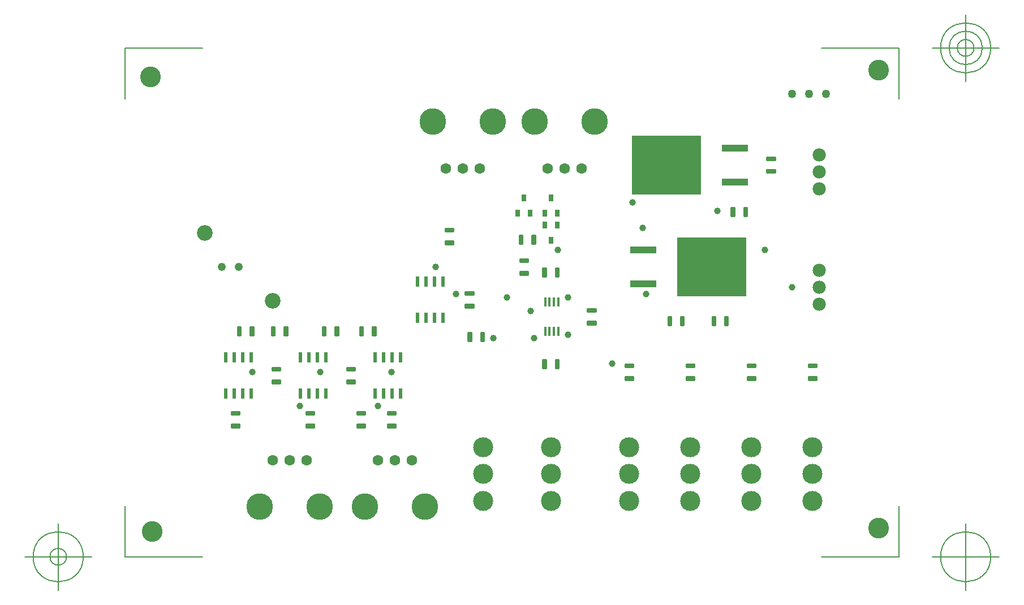
<source format=gbr>
G04 Generated by Ultiboard 14.2 *
%FSLAX24Y24*%
%MOIN*%

%ADD10C,0.0001*%
%ADD11C,0.0050*%
%ADD12C,0.1183*%
%ADD13R,0.0108X0.0417*%
%ADD14C,0.0167*%
%ADD15R,0.0417X0.0108*%
%ADD16C,0.0500*%
%ADD17R,0.0236X0.0610*%
%ADD18C,0.0394*%
%ADD19C,0.0783*%
%ADD20R,0.4075X0.3465*%
%ADD21R,0.1555X0.0394*%
%ADD22R,0.0177X0.0551*%
%ADD23C,0.1567*%
%ADD24C,0.0633*%
%ADD25C,0.0490*%
%ADD26C,0.0925*%
%ADD27R,0.0256X0.0413*%
%ADD28C,0.1220*%


G04 ColorRGB FF00CC for the following layer *
%LNSolder Mask Top*%
%LPD*%
G54D10*
G54D11*
X-17500Y-100D02*
X-17500Y2900D01*
X-17500Y-100D02*
X-22059Y-100D01*
X-63092Y-100D02*
X-58533Y-100D01*
X-63092Y-100D02*
X-63092Y2900D01*
X-63092Y29900D02*
X-63092Y26900D01*
X-63092Y29900D02*
X-58533Y29900D01*
X-17500Y29900D02*
X-22059Y29900D01*
X-17500Y29900D02*
X-17500Y26900D01*
X-15531Y-100D02*
X-11594Y-100D01*
X-13563Y-2069D02*
X-13563Y1869D01*
X-12087Y-100D02*
G75*
D01*
G02X-12087Y-100I-1476J0*
G01*
X-65061Y-100D02*
X-68998Y-100D01*
X-67029Y-2069D02*
X-67029Y1869D01*
X-65553Y-100D02*
G75*
D01*
G02X-65553Y-100I-1476J0*
G01*
X-66537Y-100D02*
G75*
D01*
G02X-66537Y-100I-492J0*
G01*
X-15531Y29900D02*
X-11594Y29900D01*
X-13563Y27931D02*
X-13563Y31869D01*
X-12087Y29900D02*
G75*
D01*
G02X-12087Y29900I-1476J0*
G01*
X-12579Y29900D02*
G75*
D01*
G02X-12579Y29900I-984J0*
G01*
X-13071Y29900D02*
G75*
D01*
G02X-13071Y29900I-492J0*
G01*
G54D12*
X-42000Y6350D03*
X-42000Y3200D03*
X-42000Y4775D03*
X-38000Y6350D03*
X-38000Y3200D03*
X-38000Y4775D03*
X-33400Y6350D03*
X-33400Y3200D03*
X-33400Y4775D03*
X-22600Y6350D03*
X-22600Y3200D03*
X-22600Y4775D03*
X-26200Y6350D03*
X-26200Y3200D03*
X-26200Y4775D03*
X-29800Y6350D03*
X-29800Y3200D03*
X-29800Y4775D03*
G54D13*
X-55625Y13200D03*
X-56375Y13200D03*
X-49175Y13200D03*
X-48425Y13200D03*
X-50625Y13200D03*
X-51375Y13200D03*
X-53625Y13200D03*
X-54375Y13200D03*
X-38392Y11267D03*
X-37642Y11267D03*
X-27293Y20245D03*
X-26543Y20245D03*
X-27672Y13803D03*
X-28422Y13803D03*
X-31022Y13803D03*
X-30272Y13803D03*
X-37642Y16667D03*
X-38392Y16667D03*
X-42042Y12867D03*
X-42792Y12867D03*
X-39025Y18600D03*
X-39775Y18600D03*
G54D14*
X-55571Y12992D02*
X-55679Y12992D01*
X-55679Y13408D01*
X-55571Y13408D01*
X-55571Y12992D01*D02*
X-56321Y12992D02*
X-56429Y12992D01*
X-56429Y13408D01*
X-56321Y13408D01*
X-56321Y12992D01*D02*
X-56392Y7571D02*
X-56808Y7571D01*
X-56808Y7679D01*
X-56392Y7679D01*
X-56392Y7571D01*D02*
X-56392Y8321D02*
X-56808Y8321D01*
X-56808Y8429D01*
X-56392Y8429D01*
X-56392Y8321D01*D02*
X-33192Y10371D02*
X-33608Y10371D01*
X-33608Y10479D01*
X-33192Y10479D01*
X-33192Y10371D01*D02*
X-33192Y11121D02*
X-33608Y11121D01*
X-33608Y11229D01*
X-33192Y11229D01*
X-33192Y11121D01*D02*
X-29592Y11121D02*
X-30008Y11121D01*
X-30008Y11229D01*
X-29592Y11229D01*
X-29592Y11121D01*D02*
X-29592Y10371D02*
X-30008Y10371D01*
X-30008Y10479D01*
X-29592Y10479D01*
X-29592Y10371D01*D02*
X-22392Y10371D02*
X-22808Y10371D01*
X-22808Y10479D01*
X-22392Y10479D01*
X-22392Y10371D01*D02*
X-22392Y11121D02*
X-22808Y11121D01*
X-22808Y11229D01*
X-22392Y11229D01*
X-22392Y11121D01*D02*
X-25992Y10371D02*
X-26408Y10371D01*
X-26408Y10479D01*
X-25992Y10479D01*
X-25992Y10371D01*D02*
X-25992Y11121D02*
X-26408Y11121D01*
X-26408Y11229D01*
X-25992Y11229D01*
X-25992Y11121D01*D02*
X-53992Y10171D02*
X-54408Y10171D01*
X-54408Y10279D01*
X-53992Y10279D01*
X-53992Y10171D01*D02*
X-53992Y10921D02*
X-54408Y10921D01*
X-54408Y11029D01*
X-53992Y11029D01*
X-53992Y10921D01*D02*
X-49592Y10921D02*
X-50008Y10921D01*
X-50008Y11029D01*
X-49592Y11029D01*
X-49592Y10921D01*D02*
X-49592Y10171D02*
X-50008Y10171D01*
X-50008Y10279D01*
X-49592Y10279D01*
X-49592Y10171D01*D02*
X-49121Y12992D02*
X-49229Y12992D01*
X-49229Y13408D01*
X-49121Y13408D01*
X-49121Y12992D01*D02*
X-48371Y12992D02*
X-48479Y12992D01*
X-48479Y13408D01*
X-48371Y13408D01*
X-48371Y12992D01*D02*
X-51992Y8321D02*
X-52408Y8321D01*
X-52408Y8429D01*
X-51992Y8429D01*
X-51992Y8321D01*D02*
X-51992Y7571D02*
X-52408Y7571D01*
X-52408Y7679D01*
X-51992Y7679D01*
X-51992Y7571D01*D02*
X-50571Y12992D02*
X-50679Y12992D01*
X-50679Y13408D01*
X-50571Y13408D01*
X-50571Y12992D01*D02*
X-51321Y12992D02*
X-51429Y12992D01*
X-51429Y13408D01*
X-51321Y13408D01*
X-51321Y12992D01*D02*
X-48992Y7571D02*
X-49408Y7571D01*
X-49408Y7679D01*
X-48992Y7679D01*
X-48992Y7571D01*D02*
X-48992Y8321D02*
X-49408Y8321D01*
X-49408Y8429D01*
X-48992Y8429D01*
X-48992Y8321D01*D02*
X-47192Y7571D02*
X-47608Y7571D01*
X-47608Y7679D01*
X-47192Y7679D01*
X-47192Y7571D01*D02*
X-47192Y8321D02*
X-47608Y8321D01*
X-47608Y8429D01*
X-47192Y8429D01*
X-47192Y8321D01*D02*
X-53571Y12992D02*
X-53679Y12992D01*
X-53679Y13408D01*
X-53571Y13408D01*
X-53571Y12992D01*D02*
X-54321Y12992D02*
X-54429Y12992D01*
X-54429Y13408D01*
X-54321Y13408D01*
X-54321Y12992D01*D02*
X-38338Y11059D02*
X-38446Y11059D01*
X-38446Y11475D01*
X-38338Y11475D01*
X-38338Y11059D01*D02*
X-37588Y11059D02*
X-37696Y11059D01*
X-37696Y11475D01*
X-37588Y11475D01*
X-37588Y11059D01*D02*
X-27239Y20037D02*
X-27347Y20037D01*
X-27347Y20453D01*
X-27239Y20453D01*
X-27239Y20037D01*D02*
X-26489Y20037D02*
X-26597Y20037D01*
X-26597Y20453D01*
X-26489Y20453D01*
X-26489Y20037D01*D02*
X-27618Y13595D02*
X-27726Y13595D01*
X-27726Y14011D01*
X-27618Y14011D01*
X-27618Y13595D01*D02*
X-28368Y13595D02*
X-28476Y13595D01*
X-28476Y14011D01*
X-28368Y14011D01*
X-28368Y13595D01*D02*
X-30968Y13595D02*
X-31076Y13595D01*
X-31076Y14011D01*
X-30968Y14011D01*
X-30968Y13595D01*D02*
X-30218Y13595D02*
X-30326Y13595D01*
X-30326Y14011D01*
X-30218Y14011D01*
X-30218Y13595D01*D02*
X-24839Y22574D02*
X-25255Y22574D01*
X-25255Y22682D01*
X-24839Y22682D01*
X-24839Y22574D01*D02*
X-24839Y23324D02*
X-25255Y23324D01*
X-25255Y23432D01*
X-24839Y23432D01*
X-24839Y23324D01*D02*
X-37588Y16459D02*
X-37696Y16459D01*
X-37696Y16875D01*
X-37588Y16875D01*
X-37588Y16459D01*D02*
X-38338Y16459D02*
X-38446Y16459D01*
X-38446Y16875D01*
X-38338Y16875D01*
X-38338Y16459D01*D02*
X-39392Y16571D02*
X-39808Y16571D01*
X-39808Y16679D01*
X-39392Y16679D01*
X-39392Y16571D01*D02*
X-39392Y17321D02*
X-39808Y17321D01*
X-39808Y17429D01*
X-39392Y17429D01*
X-39392Y17321D01*D02*
X-35409Y13638D02*
X-35825Y13638D01*
X-35825Y13746D01*
X-35409Y13746D01*
X-35409Y13638D01*D02*
X-35409Y14388D02*
X-35825Y14388D01*
X-35825Y14496D01*
X-35409Y14496D01*
X-35409Y14388D01*D02*
X-43792Y19121D02*
X-44208Y19121D01*
X-44208Y19229D01*
X-43792Y19229D01*
X-43792Y19121D01*D02*
X-43792Y18371D02*
X-44208Y18371D01*
X-44208Y18479D01*
X-43792Y18479D01*
X-43792Y18371D01*D02*
X-41988Y12659D02*
X-42096Y12659D01*
X-42096Y13075D01*
X-41988Y13075D01*
X-41988Y12659D01*D02*
X-42738Y12659D02*
X-42846Y12659D01*
X-42846Y13075D01*
X-42738Y13075D01*
X-42738Y12659D01*D02*
X-42609Y14638D02*
X-43025Y14638D01*
X-43025Y14746D01*
X-42609Y14746D01*
X-42609Y14638D01*D02*
X-42609Y15388D02*
X-43025Y15388D01*
X-43025Y15496D01*
X-42609Y15496D01*
X-42609Y15388D01*D02*
X-38971Y18392D02*
X-39079Y18392D01*
X-39079Y18808D01*
X-38971Y18808D01*
X-38971Y18392D01*D02*
X-39721Y18392D02*
X-39829Y18392D01*
X-39829Y18808D01*
X-39721Y18808D01*
X-39721Y18392D01*D02*
G54D15*
X-56600Y7625D03*
X-56600Y8375D03*
X-33400Y10425D03*
X-33400Y11175D03*
X-29800Y11175D03*
X-29800Y10425D03*
X-22600Y10425D03*
X-22600Y11175D03*
X-26200Y10425D03*
X-26200Y11175D03*
X-54200Y10225D03*
X-54200Y10975D03*
X-49800Y10975D03*
X-49800Y10225D03*
X-52200Y8375D03*
X-52200Y7625D03*
X-49200Y7625D03*
X-49200Y8375D03*
X-47400Y7625D03*
X-47400Y8375D03*
X-25047Y22628D03*
X-25047Y23378D03*
X-39600Y16625D03*
X-39600Y17375D03*
X-35617Y13692D03*
X-35617Y14442D03*
X-44000Y19175D03*
X-44000Y18425D03*
X-42817Y14692D03*
X-42817Y15442D03*
G54D16*
X-21800Y27200D03*
X-23800Y27200D03*
X-22800Y27200D03*
G54D17*
X-55650Y9537D03*
X-56650Y9537D03*
X-56150Y9537D03*
X-57150Y9537D03*
X-55650Y11663D03*
X-56650Y11663D03*
X-56150Y11663D03*
X-57150Y11663D03*
X-46850Y9537D03*
X-47350Y9537D03*
X-47850Y9537D03*
X-48350Y9537D03*
X-46850Y11663D03*
X-47350Y11663D03*
X-47850Y11663D03*
X-48350Y11663D03*
X-51250Y9537D03*
X-51750Y9537D03*
X-52250Y9537D03*
X-52750Y9537D03*
X-51250Y11663D03*
X-51750Y11663D03*
X-52250Y11663D03*
X-52750Y11663D03*
X-44355Y14004D03*
X-44855Y14004D03*
X-45355Y14004D03*
X-45855Y14004D03*
X-44855Y16130D03*
X-44355Y16130D03*
X-45355Y16130D03*
X-45855Y16130D03*
G54D18*
X-23800Y15800D03*
X-32600Y19300D03*
X-37000Y13000D03*
X-34400Y11300D03*
X-39200Y14400D03*
X-28200Y20300D03*
X-44800Y17000D03*
X-39000Y12800D03*
X-43600Y15400D03*
X-32400Y15400D03*
X-40600Y15200D03*
X-37000Y15200D03*
X-41400Y12800D03*
X-51600Y10800D03*
X-55600Y10800D03*
X-47400Y10800D03*
X-33200Y20800D03*
X-37600Y18000D03*
X-25400Y18000D03*
X-48200Y8800D03*
X-52800Y8800D03*
G54D19*
X-22200Y16800D03*
X-22200Y15800D03*
X-22200Y14800D03*
X-22200Y22600D03*
X-22200Y23600D03*
X-22200Y21600D03*
G54D20*
X-28528Y17003D03*
X-31183Y23003D03*
G54D21*
X-32564Y16003D03*
X-32564Y18003D03*
X-27147Y22003D03*
X-27147Y24003D03*
G54D22*
X-37828Y13182D03*
X-37572Y13182D03*
X-38084Y13182D03*
X-38340Y13182D03*
X-37828Y14914D03*
X-37572Y14914D03*
X-38084Y14914D03*
X-38340Y14914D03*
G54D23*
X-35425Y25558D03*
X-38975Y25558D03*
X-41425Y25558D03*
X-44975Y25558D03*
X-55175Y2842D03*
X-51625Y2842D03*
X-48975Y2842D03*
X-45425Y2842D03*
G54D24*
X-37200Y22800D03*
X-38200Y22800D03*
X-36200Y22800D03*
X-44200Y22800D03*
X-43200Y22800D03*
X-42200Y22800D03*
X-53400Y5600D03*
X-54400Y5600D03*
X-52400Y5600D03*
X-48200Y5600D03*
X-46200Y5600D03*
X-47200Y5600D03*
G54D25*
X-57400Y17000D03*
X-56400Y17000D03*
G54D26*
X-54400Y15000D03*
X-58400Y19000D03*
G54D27*
X-38000Y18547D03*
X-37626Y19453D03*
X-38374Y19453D03*
X-37626Y20147D03*
X-38374Y20147D03*
X-38000Y21053D03*
X-39226Y20147D03*
X-39974Y20147D03*
X-39600Y21053D03*
G54D28*
X-18700Y28600D03*
X-18700Y1600D03*
X-61600Y28200D03*
X-61500Y1400D03*

M02*

</source>
